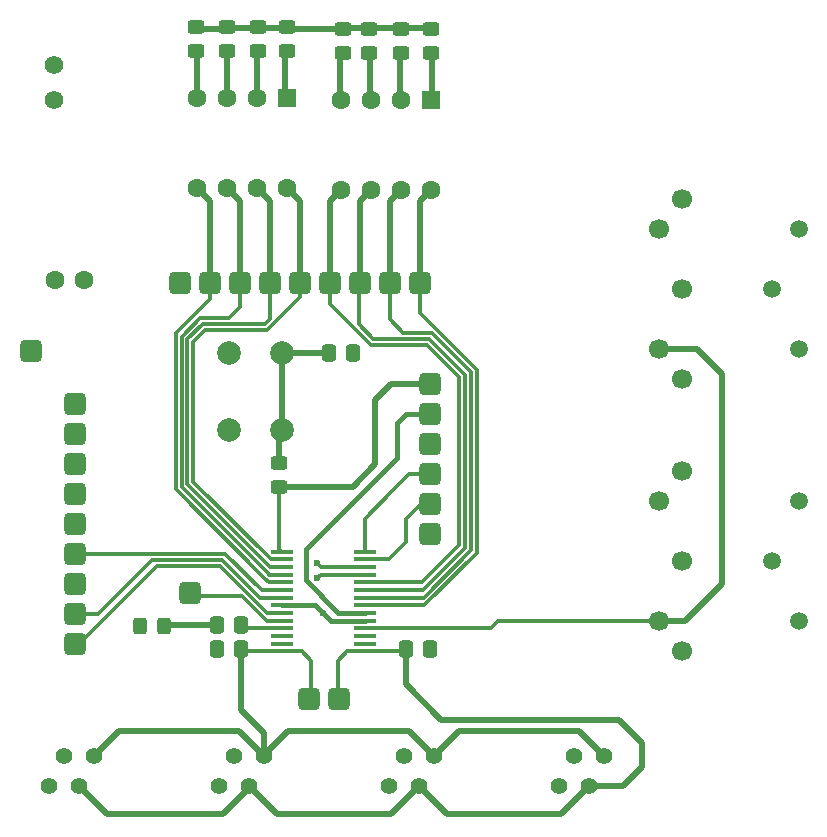
<source format=gbr>
%TF.GenerationSoftware,KiCad,Pcbnew,9.0.5*%
%TF.CreationDate,2025-11-19T10:45:20-07:00*%
%TF.ProjectId,UMaster,554d6173-7465-4722-9e6b-696361645f70,rev?*%
%TF.SameCoordinates,Original*%
%TF.FileFunction,Copper,L1,Top*%
%TF.FilePolarity,Positive*%
%FSLAX46Y46*%
G04 Gerber Fmt 4.6, Leading zero omitted, Abs format (unit mm)*
G04 Created by KiCad (PCBNEW 9.0.5) date 2025-11-19 10:45:20*
%MOMM*%
%LPD*%
G01*
G04 APERTURE LIST*
G04 Aperture macros list*
%AMRoundRect*
0 Rectangle with rounded corners*
0 $1 Rounding radius*
0 $2 $3 $4 $5 $6 $7 $8 $9 X,Y pos of 4 corners*
0 Add a 4 corners polygon primitive as box body*
4,1,4,$2,$3,$4,$5,$6,$7,$8,$9,$2,$3,0*
0 Add four circle primitives for the rounded corners*
1,1,$1+$1,$2,$3*
1,1,$1+$1,$4,$5*
1,1,$1+$1,$6,$7*
1,1,$1+$1,$8,$9*
0 Add four rect primitives between the rounded corners*
20,1,$1+$1,$2,$3,$4,$5,0*
20,1,$1+$1,$4,$5,$6,$7,0*
20,1,$1+$1,$6,$7,$8,$9,0*
20,1,$1+$1,$8,$9,$2,$3,0*%
G04 Aperture macros list end*
%TA.AperFunction,ComponentPad*%
%ADD10RoundRect,0.476250X-0.476250X-0.476250X0.476250X-0.476250X0.476250X0.476250X-0.476250X0.476250X0*%
%TD*%
%TA.AperFunction,ComponentPad*%
%ADD11RoundRect,0.250000X0.337500X0.475000X-0.337500X0.475000X-0.337500X-0.475000X0.337500X-0.475000X0*%
%TD*%
%TA.AperFunction,SMDPad,CuDef*%
%ADD12RoundRect,0.250000X0.337500X0.475000X-0.337500X0.475000X-0.337500X-0.475000X0.337500X-0.475000X0*%
%TD*%
%TA.AperFunction,ComponentPad*%
%ADD13RoundRect,0.250000X0.325000X0.450000X-0.325000X0.450000X-0.325000X-0.450000X0.325000X-0.450000X0*%
%TD*%
%TA.AperFunction,SMDPad,CuDef*%
%ADD14RoundRect,0.250000X0.325000X0.450000X-0.325000X0.450000X-0.325000X-0.450000X0.325000X-0.450000X0*%
%TD*%
%TA.AperFunction,ComponentPad*%
%ADD15C,1.600000*%
%TD*%
%TA.AperFunction,SMDPad,CuDef*%
%ADD16RoundRect,0.250000X-0.450000X0.325000X-0.450000X-0.325000X0.450000X-0.325000X0.450000X0.325000X0*%
%TD*%
%TA.AperFunction,ComponentPad*%
%ADD17C,1.400000*%
%TD*%
%TA.AperFunction,ComponentPad*%
%ADD18C,1.700000*%
%TD*%
%TA.AperFunction,ComponentPad*%
%ADD19C,1.500000*%
%TD*%
%TA.AperFunction,ComponentPad*%
%ADD20RoundRect,0.250000X-0.550000X0.550000X-0.550000X-0.550000X0.550000X-0.550000X0.550000X0.550000X0*%
%TD*%
%TA.AperFunction,ComponentPad*%
%ADD21RoundRect,0.476250X-0.476250X0.476250X-0.476250X-0.476250X0.476250X-0.476250X0.476250X0.476250X0*%
%TD*%
%TA.AperFunction,SMDPad,CuDef*%
%ADD22RoundRect,0.100000X-0.850000X-0.100000X0.850000X-0.100000X0.850000X0.100000X-0.850000X0.100000X0*%
%TD*%
%TA.AperFunction,ComponentPad*%
%ADD23C,1.574800*%
%TD*%
%TA.AperFunction,ComponentPad*%
%ADD24RoundRect,0.250000X-0.337500X-0.475000X0.337500X-0.475000X0.337500X0.475000X-0.337500X0.475000X0*%
%TD*%
%TA.AperFunction,SMDPad,CuDef*%
%ADD25RoundRect,0.250000X-0.337500X-0.475000X0.337500X-0.475000X0.337500X0.475000X-0.337500X0.475000X0*%
%TD*%
%TA.AperFunction,ComponentPad*%
%ADD26C,2.000000*%
%TD*%
%TA.AperFunction,ViaPad*%
%ADD27C,0.600000*%
%TD*%
%TA.AperFunction,Conductor*%
%ADD28C,0.381000*%
%TD*%
%TA.AperFunction,Conductor*%
%ADD29C,0.500000*%
%TD*%
%TA.AperFunction,Conductor*%
%ADD30C,0.300000*%
%TD*%
G04 APERTURE END LIST*
D10*
%TO.P,R5,1,COM*%
%TO.N,GND*%
X134840000Y-98000000D03*
%TO.P,R5,2,R1*%
%TO.N,Net-(R5-R1)*%
X137380000Y-98000000D03*
%TO.P,R5,3,R2*%
%TO.N,Net-(R5-R2)*%
X139920000Y-98000000D03*
%TO.P,R5,4,R3*%
%TO.N,Net-(R5-R3)*%
X142460000Y-98000000D03*
%TO.P,R5,5,R4*%
%TO.N,Net-(R5-R4)*%
X145000000Y-98000000D03*
%TO.P,R5,6,R5*%
%TO.N,Net-(R5-R5)*%
X147540000Y-98000000D03*
%TO.P,R5,7,R6*%
%TO.N,Net-(R5-R6)*%
X150080000Y-98000000D03*
%TO.P,R5,8,R7*%
%TO.N,Net-(R5-R7)*%
X152620000Y-98000000D03*
%TO.P,R5,9,R8*%
%TO.N,Net-(R5-R8)*%
X155164442Y-98009999D03*
%TD*%
D11*
%TO.P,R4,1*%
%TO.N,Net-(U1-V_{DD})*%
X156037500Y-129000000D03*
D12*
%TO.P,R4,2*%
%TO.N,Net-(U1-RC4)*%
X153962500Y-129000000D03*
%TD*%
D10*
%TO.P,TP1,1,1*%
%TO.N,Net-(U1-RA6)*%
X135750000Y-124250000D03*
%TD*%
D13*
%TO.P,D10,1,K*%
%TO.N,GND*%
X131484000Y-127094000D03*
D14*
%TO.P,D10,2,A*%
%TO.N,Net-(D10-A)*%
X133516000Y-127094000D03*
%TD*%
D15*
%TO.P,C1,1*%
%TO.N,Net-(D1-A)*%
X126750000Y-97750000D03*
%TO.P,C1,2*%
%TO.N,GND*%
X124250000Y-97750000D03*
%TD*%
D16*
%TO.P,D2,1,K*%
%TO.N,Net-(D2-K)*%
X136214000Y-78396000D03*
%TO.P,D2,2,A*%
%TO.N,Net-(D2-A)*%
X136214000Y-76364000D03*
%TD*%
D17*
%TO.P,J4,1*%
%TO.N,GND*%
X123775000Y-140650000D03*
%TO.P,J4,2*%
%TO.N,Net-(U1-V_{DD})*%
X125045000Y-138110000D03*
%TO.P,J4,3*%
%TO.N,Net-(U1-RC4)*%
X126315000Y-140650000D03*
%TO.P,J4,4*%
%TO.N,Net-(U1-RC3)*%
X127585000Y-138110000D03*
%TD*%
D18*
%TO.P,J8,1*%
%TO.N,unconnected-(J8-Pad1)*%
X177344000Y-113960000D03*
%TO.P,J8,2*%
%TO.N,GND*%
X177344000Y-121580000D03*
%TO.P,J8,3*%
%TO.N,unconnected-(J8-Pad3)*%
X177344000Y-129200000D03*
%TO.P,J8,4*%
%TO.N,Net-(J8-Pad4)*%
X175439000Y-116500000D03*
%TO.P,J8,5*%
%TO.N,Net-(U1-RC7)*%
X175439000Y-126660000D03*
D19*
%TO.P,J8,6*%
%TO.N,N/C*%
X184964000Y-121580000D03*
%TO.P,J8,7*%
X187250000Y-126660000D03*
X187250000Y-116500000D03*
%TD*%
D16*
%TO.P,D4,1,K*%
%TO.N,Net-(D4-K)*%
X141464000Y-78396000D03*
%TO.P,D4,2,A*%
%TO.N,Net-(D2-A)*%
X141464000Y-76364000D03*
%TD*%
D12*
%TO.P,R2,1*%
%TO.N,Net-(U1-RC0)*%
X140037500Y-127000000D03*
%TO.P,R2,2*%
%TO.N,Net-(D10-A)*%
X137962500Y-127000000D03*
%TD*%
D16*
%TO.P,D9,1,K*%
%TO.N,Net-(D9-K)*%
X156154000Y-78571000D03*
%TO.P,D9,2,A*%
%TO.N,Net-(D2-A)*%
X156154000Y-76539000D03*
%TD*%
D10*
%TO.P,J3,1*%
%TO.N,Net-(U1-RC3)*%
X145750000Y-133250000D03*
%TO.P,J3,2*%
%TO.N,Net-(U1-RC4)*%
X148290000Y-133250000D03*
%TD*%
D16*
%TO.P,D7,1,K*%
%TO.N,Net-(D7-K)*%
X150904000Y-78571000D03*
%TO.P,D7,2,A*%
%TO.N,Net-(D2-A)*%
X150904000Y-76539000D03*
%TD*%
D20*
%TO.P,SW2,1*%
%TO.N,Net-(D5-K)*%
X143950000Y-82380000D03*
D15*
%TO.P,SW2,2*%
%TO.N,Net-(D4-K)*%
X141410000Y-82380000D03*
%TO.P,SW2,3*%
%TO.N,Net-(D3-K)*%
X138870000Y-82380000D03*
%TO.P,SW2,4*%
%TO.N,Net-(D2-K)*%
X136330000Y-82380000D03*
%TO.P,SW2,5*%
%TO.N,Net-(R5-R1)*%
X136330000Y-90000000D03*
%TO.P,SW2,6*%
%TO.N,Net-(R5-R2)*%
X138870000Y-90000000D03*
%TO.P,SW2,7*%
%TO.N,Net-(R5-R3)*%
X141410000Y-90000000D03*
%TO.P,SW2,8*%
%TO.N,Net-(R5-R4)*%
X143950000Y-90000000D03*
%TD*%
D11*
%TO.P,R1,1*%
%TO.N,Net-(U1-V_{DD})*%
X149537500Y-104000000D03*
D12*
%TO.P,R1,2*%
%TO.N,Net-(D1-A)*%
X147462500Y-104000000D03*
%TD*%
D16*
%TO.P,D3,1,K*%
%TO.N,Net-(D3-K)*%
X138870000Y-78380000D03*
%TO.P,D3,2,A*%
%TO.N,Net-(D2-A)*%
X138870000Y-76348000D03*
%TD*%
%TO.P,D1,1,K*%
%TO.N,RE3*%
X143238000Y-115270000D03*
%TO.P,D1,2,A*%
%TO.N,Net-(D1-A)*%
X143238000Y-113238000D03*
%TD*%
D21*
%TO.P,R6,1,COM*%
%TO.N,GND*%
X126000000Y-108260000D03*
%TO.P,R6,2,R1*%
%TO.N,RB7*%
X126000000Y-110800000D03*
%TO.P,R6,3,R2*%
%TO.N,RB6*%
X126000000Y-113340000D03*
%TO.P,R6,4,R3*%
%TO.N,Net-(R6-R3)*%
X126000000Y-115880000D03*
%TO.P,R6,5,R4*%
%TO.N,Net-(R6-R4)*%
X126000000Y-118420000D03*
%TO.P,R6,6,R5*%
%TO.N,Net-(R6-R5)*%
X126000000Y-120960000D03*
%TO.P,R6,7,R6*%
%TO.N,unconnected-(R6-R6-Pad7)*%
X126000000Y-123500000D03*
%TO.P,R6,8,R7*%
%TO.N,Net-(R6-R7)*%
X126000000Y-126040000D03*
%TO.P,R6,9,R8*%
%TO.N,Net-(R6-R8)*%
X125990001Y-128584442D03*
%TD*%
D22*
%TO.P,U1,1,RE3/~{MCLR}/V_{PP}*%
%TO.N,RE3*%
X143500000Y-120775000D03*
%TO.P,U1,2,RA0*%
%TO.N,Net-(R5-R4)*%
X143500000Y-121425000D03*
%TO.P,U1,3,RA1*%
%TO.N,Net-(R5-R3)*%
X143500000Y-122075000D03*
%TO.P,U1,4,RA2*%
%TO.N,Net-(R5-R2)*%
X143500000Y-122725000D03*
%TO.P,U1,5,RA3*%
%TO.N,Net-(R5-R1)*%
X143500000Y-123375000D03*
%TO.P,U1,6,RA4*%
%TO.N,Net-(R6-R5)*%
X143500000Y-124025000D03*
%TO.P,U1,7,RA5*%
%TO.N,Net-(R6-R7)*%
X143500000Y-124675000D03*
%TO.P,U1,8,V_{SS}*%
%TO.N,GND*%
X143500000Y-125325000D03*
%TO.P,U1,9,RA7*%
%TO.N,Net-(R6-R8)*%
X143500000Y-125975000D03*
%TO.P,U1,10,RA6*%
%TO.N,Net-(U1-RA6)*%
X143500000Y-126625000D03*
%TO.P,U1,11,RC0*%
%TO.N,Net-(U1-RC0)*%
X143500000Y-127275000D03*
%TO.P,U1,12,RC1*%
%TO.N,unconnected-(U1-RC1-Pad12)*%
X143500000Y-127925000D03*
%TO.P,U1,13,RC2*%
%TO.N,unconnected-(U1-RC2-Pad13)*%
X143500000Y-128575000D03*
%TO.P,U1,14,RC3*%
%TO.N,Net-(U1-RC3)*%
X143500000Y-129225000D03*
%TO.P,U1,15,RC4*%
%TO.N,Net-(U1-RC4)*%
X150500000Y-129225000D03*
%TO.P,U1,16,RC5*%
%TO.N,unconnected-(U1-RC5-Pad16)*%
X150500000Y-128575000D03*
%TO.P,U1,17,RC6*%
%TO.N,unconnected-(U1-RC6-Pad17)*%
X150500000Y-127925000D03*
%TO.P,U1,18,RC7*%
%TO.N,Net-(U1-RC7)*%
X150500000Y-127275000D03*
%TO.P,U1,19,V_{SS}*%
%TO.N,GND*%
X150500000Y-126625000D03*
%TO.P,U1,20,V_{DD}*%
%TO.N,Net-(U1-V_{DD})*%
X150500000Y-125975000D03*
%TO.P,U1,21,RB0*%
%TO.N,Net-(R5-R8)*%
X150500000Y-125325000D03*
%TO.P,U1,22,RB1*%
%TO.N,Net-(R5-R7)*%
X150500000Y-124675000D03*
%TO.P,U1,23,RB2*%
%TO.N,Net-(R5-R6)*%
X150500000Y-124025000D03*
%TO.P,U1,24,RB3*%
%TO.N,Net-(R5-R5)*%
X150500000Y-123375000D03*
%TO.P,U1,25,RB4*%
%TO.N,Net-(R6-R4)*%
X150500000Y-122725000D03*
%TO.P,U1,26,RB5*%
%TO.N,Net-(R6-R3)*%
X150500000Y-122075000D03*
%TO.P,U1,27,ICSPCLK/RB6*%
%TO.N,RB6*%
X150500000Y-121425000D03*
%TO.P,U1,28,ICSPDAT/RB7*%
%TO.N,RB7*%
X150500000Y-120775000D03*
%TD*%
D10*
%TO.P,TP2,1,1*%
%TO.N,GND*%
X122250000Y-103750000D03*
%TD*%
D17*
%TO.P,J6,1*%
%TO.N,GND*%
X152575000Y-140650000D03*
%TO.P,J6,2*%
%TO.N,Net-(U1-V_{DD})*%
X153845000Y-138110000D03*
%TO.P,J6,3*%
%TO.N,Net-(U1-RC4)*%
X155115000Y-140650000D03*
%TO.P,J6,4*%
%TO.N,Net-(U1-RC3)*%
X156385000Y-138110000D03*
%TD*%
%TO.P,J7,1*%
%TO.N,GND*%
X166975000Y-140650000D03*
%TO.P,J7,2*%
%TO.N,Net-(U1-V_{DD})*%
X168245000Y-138110000D03*
%TO.P,J7,3*%
%TO.N,Net-(U1-RC4)*%
X169515000Y-140650000D03*
%TO.P,J7,4*%
%TO.N,Net-(U1-RC3)*%
X170785000Y-138110000D03*
%TD*%
D18*
%TO.P,J9,1*%
%TO.N,unconnected-(J9-Pad1)*%
X177344000Y-90960000D03*
%TO.P,J9,2*%
%TO.N,GND*%
X177344000Y-98580000D03*
%TO.P,J9,3*%
%TO.N,unconnected-(J9-Pad3)*%
X177344000Y-106200000D03*
%TO.P,J9,4*%
%TO.N,Net-(J8-Pad4)*%
X175439000Y-93500000D03*
%TO.P,J9,5*%
%TO.N,Net-(U1-RC7)*%
X175439000Y-103660000D03*
D19*
%TO.P,J9,6*%
%TO.N,N/C*%
X184964000Y-98580000D03*
%TO.P,J9,7*%
X187250000Y-103660000D03*
X187250000Y-93500000D03*
%TD*%
D20*
%TO.P,SW3,1*%
%TO.N,Net-(D9-K)*%
X156120000Y-82500000D03*
D15*
%TO.P,SW3,2*%
%TO.N,Net-(D8-K)*%
X153580000Y-82500000D03*
%TO.P,SW3,3*%
%TO.N,Net-(D7-K)*%
X151040000Y-82500000D03*
%TO.P,SW3,4*%
%TO.N,Net-(D6-K)*%
X148500000Y-82500000D03*
%TO.P,SW3,5*%
%TO.N,Net-(R5-R5)*%
X148500000Y-90120000D03*
%TO.P,SW3,6*%
%TO.N,Net-(R5-R6)*%
X151040000Y-90120000D03*
%TO.P,SW3,7*%
%TO.N,Net-(R5-R7)*%
X153580000Y-90120000D03*
%TO.P,SW3,8*%
%TO.N,Net-(R5-R8)*%
X156120000Y-90120000D03*
%TD*%
D16*
%TO.P,D5,1,K*%
%TO.N,Net-(D5-K)*%
X143964000Y-78396000D03*
%TO.P,D5,2,A*%
%TO.N,Net-(D2-A)*%
X143964000Y-76364000D03*
%TD*%
D23*
%TO.P,J1,1*%
%TO.N,Net-(U1-V_{DD})*%
X124160400Y-79564301D03*
%TO.P,J1,2*%
%TO.N,GND*%
X124160400Y-82564300D03*
%TD*%
D21*
%TO.P,J2,1*%
%TO.N,RE3*%
X156000000Y-106590000D03*
%TO.P,J2,2*%
%TO.N,Net-(U1-V_{DD})*%
X156000000Y-109130000D03*
%TO.P,J2,3*%
%TO.N,GND*%
X156000000Y-111670000D03*
%TO.P,J2,4*%
%TO.N,RB7*%
X156000000Y-114210000D03*
%TO.P,J2,5*%
%TO.N,RB6*%
X156000000Y-116750000D03*
%TO.P,J2,6*%
%TO.N,unconnected-(J2-Pad6)*%
X156000000Y-119290000D03*
%TD*%
D17*
%TO.P,J5,1*%
%TO.N,GND*%
X138175000Y-140650000D03*
%TO.P,J5,2*%
%TO.N,Net-(U1-V_{DD})*%
X139445000Y-138110000D03*
%TO.P,J5,3*%
%TO.N,Net-(U1-RC4)*%
X140715000Y-140650000D03*
%TO.P,J5,4*%
%TO.N,Net-(U1-RC3)*%
X141985000Y-138110000D03*
%TD*%
D16*
%TO.P,D6,1,K*%
%TO.N,Net-(D6-K)*%
X148654000Y-78571000D03*
%TO.P,D6,2,A*%
%TO.N,Net-(D2-A)*%
X148654000Y-76539000D03*
%TD*%
D24*
%TO.P,R3,1*%
%TO.N,Net-(U1-V_{DD})*%
X137962500Y-129000000D03*
D25*
%TO.P,R3,2*%
%TO.N,Net-(U1-RC3)*%
X140037500Y-129000000D03*
%TD*%
D16*
%TO.P,D8,1,K*%
%TO.N,Net-(D8-K)*%
X153560000Y-78587000D03*
%TO.P,D8,2,A*%
%TO.N,Net-(D2-A)*%
X153560000Y-76555000D03*
%TD*%
D26*
%TO.P,SW1,1,1*%
%TO.N,GND*%
X139000000Y-110500000D03*
X139000000Y-104000000D03*
%TO.P,SW1,2,2*%
%TO.N,Net-(D1-A)*%
X143500000Y-110500000D03*
X143500000Y-104000000D03*
%TD*%
D27*
%TO.N,GND*%
X147000000Y-126000000D03*
%TO.N,Net-(R6-R4)*%
X146500000Y-123000000D03*
%TO.N,Net-(R6-R3)*%
X146500000Y-121750000D03*
%TD*%
D28*
%TO.N,Net-(U1-V_{DD})*%
X153970000Y-109130000D02*
X156000000Y-109130000D01*
X153200000Y-112828609D02*
X153200000Y-109900000D01*
X153200000Y-109900000D02*
X153970000Y-109130000D01*
X145500000Y-123200000D02*
X145500000Y-120528609D01*
X148275000Y-125975000D02*
X145500000Y-123200000D01*
X145500000Y-120528609D02*
X153200000Y-112828609D01*
X150500000Y-125975000D02*
X148275000Y-125975000D01*
D29*
%TO.N,RE3*%
X149480000Y-115270000D02*
X143238000Y-115270000D01*
X151375000Y-113375000D02*
X149480000Y-115270000D01*
X151375000Y-107925000D02*
X151375000Y-113375000D01*
X152700000Y-106600000D02*
X151375000Y-107925000D01*
X155990000Y-106600000D02*
X152700000Y-106600000D01*
X156000000Y-106590000D02*
X155990000Y-106600000D01*
D28*
%TO.N,GND*%
X146325000Y-125325000D02*
X147000000Y-126000000D01*
X147625000Y-126625000D02*
X147000000Y-126000000D01*
X150500000Y-126625000D02*
X147625000Y-126625000D01*
X143500000Y-125325000D02*
X146325000Y-125325000D01*
D29*
%TO.N,Net-(D1-A)*%
X143238000Y-110762000D02*
X143500000Y-110500000D01*
X143238000Y-113238000D02*
X143238000Y-110762000D01*
X143500000Y-110500000D02*
X143500000Y-104000000D01*
X143500000Y-104000000D02*
X147462500Y-104000000D01*
D30*
%TO.N,RE3*%
X143238000Y-115270000D02*
X143238000Y-120513000D01*
X143238000Y-120513000D02*
X143500000Y-120775000D01*
D29*
%TO.N,Net-(D10-A)*%
X137962500Y-127000000D02*
X133610000Y-127000000D01*
X133610000Y-127000000D02*
X133516000Y-127094000D01*
%TO.N,Net-(D2-K)*%
X136270000Y-82445000D02*
X136270000Y-78550000D01*
X136270000Y-78550000D02*
X136236000Y-78516000D01*
%TO.N,Net-(D4-K)*%
X141350000Y-82445000D02*
X141350000Y-78652000D01*
X141350000Y-78652000D02*
X141486000Y-78516000D01*
%TO.N,Net-(D5-K)*%
X143736000Y-82291000D02*
X143890000Y-82445000D01*
X143736000Y-78516000D02*
X143736000Y-82291000D01*
%TO.N,Net-(D6-K)*%
X148426000Y-82421000D02*
X148440000Y-82435000D01*
X148426000Y-78451000D02*
X148426000Y-82421000D01*
%TO.N,Net-(D7-K)*%
X150980000Y-78505000D02*
X150926000Y-78451000D01*
X150980000Y-82435000D02*
X150980000Y-78505000D01*
%TO.N,Net-(D8-K)*%
X153520000Y-78435000D02*
X153520000Y-82435000D01*
%TO.N,Net-(D9-K)*%
X156176000Y-78451000D02*
X156176000Y-82319000D01*
X156176000Y-82319000D02*
X156060000Y-82435000D01*
D30*
%TO.N,RB7*%
X150500000Y-118000000D02*
X150500000Y-120724000D01*
X154290000Y-114210000D02*
X156000000Y-114210000D01*
X152750000Y-115750000D02*
X150500000Y-118000000D01*
X152750000Y-115750000D02*
X154290000Y-114210000D01*
%TO.N,RB6*%
X154000000Y-118000000D02*
X154000000Y-120000000D01*
X152575000Y-121425000D02*
X150500000Y-121425000D01*
X155250000Y-116750000D02*
X154000000Y-118000000D01*
X156000000Y-116750000D02*
X155250000Y-116750000D01*
X154000000Y-120000000D02*
X152575000Y-121425000D01*
D29*
%TO.N,Net-(U1-RC4)*%
X157465000Y-143000000D02*
X167165000Y-143000000D01*
X172000000Y-135000000D02*
X157000000Y-135000000D01*
D30*
X149025000Y-129225000D02*
X148250000Y-130000000D01*
D29*
X169515000Y-140650000D02*
X172350000Y-140650000D01*
X174000000Y-137000000D02*
X172000000Y-135000000D01*
D30*
X150500000Y-129225000D02*
X149025000Y-129225000D01*
X148250000Y-133210000D02*
X148290000Y-133250000D01*
D29*
X153962500Y-131962500D02*
X153962500Y-129000000D01*
X138500000Y-143000000D02*
X128665000Y-143000000D01*
X167165000Y-143000000D02*
X169515000Y-140650000D01*
X157000000Y-135000000D02*
X153962500Y-131962500D01*
X143065000Y-143000000D02*
X152765000Y-143000000D01*
X128665000Y-143000000D02*
X126315000Y-140650000D01*
D30*
X150500000Y-129225000D02*
X153737500Y-129225000D01*
D29*
X140715000Y-140785000D02*
X138500000Y-143000000D01*
X172350000Y-140650000D02*
X174000000Y-139000000D01*
D30*
X148250000Y-130000000D02*
X148250000Y-133210000D01*
D29*
X152765000Y-143000000D02*
X155115000Y-140650000D01*
X155115000Y-140650000D02*
X157465000Y-143000000D01*
X140715000Y-140650000D02*
X143065000Y-143000000D01*
X174000000Y-139000000D02*
X174000000Y-137000000D01*
%TO.N,Net-(U1-RC3)*%
X140037500Y-134200000D02*
X142000000Y-136162500D01*
X158495000Y-136000000D02*
X168675000Y-136000000D01*
X144000000Y-136000000D02*
X154275000Y-136000000D01*
X140037500Y-129000000D02*
X140037500Y-134200000D01*
X141985000Y-138110000D02*
X141985000Y-138015000D01*
D30*
X143500000Y-129225000D02*
X140262500Y-129225000D01*
X143500000Y-129225000D02*
X145225000Y-129225000D01*
X145225000Y-129225000D02*
X146000000Y-130000000D01*
D29*
X139875000Y-136000000D02*
X141985000Y-138110000D01*
X142000000Y-138095000D02*
X141985000Y-138110000D01*
X156385000Y-138110000D02*
X158495000Y-136000000D01*
X127585000Y-138110000D02*
X129695000Y-136000000D01*
X141985000Y-138015000D02*
X144000000Y-136000000D01*
X142000000Y-136162500D02*
X142000000Y-138095000D01*
X140262500Y-129225000D02*
X140037500Y-129000000D01*
X154275000Y-136000000D02*
X156385000Y-138110000D01*
D30*
X146000000Y-130000000D02*
X146000000Y-133250000D01*
D29*
X129695000Y-136000000D02*
X139875000Y-136000000D01*
X168675000Y-136000000D02*
X170785000Y-138110000D01*
%TO.N,Net-(U1-RC7)*%
X180750000Y-105750000D02*
X180750000Y-123500000D01*
X178660000Y-103660000D02*
X180750000Y-105750000D01*
X177590000Y-126660000D02*
X175439000Y-126660000D01*
D30*
X161164000Y-127275000D02*
X161779000Y-126660000D01*
D29*
X175439000Y-103660000D02*
X178660000Y-103660000D01*
X180750000Y-123500000D02*
X177590000Y-126660000D01*
D30*
X161779000Y-126660000D02*
X175439000Y-126660000D01*
X150500000Y-127275000D02*
X161164000Y-127275000D01*
%TO.N,Net-(U1-RC0)*%
X140312500Y-127275000D02*
X140037500Y-127000000D01*
X143500000Y-127275000D02*
X140312500Y-127275000D01*
%TO.N,Net-(R5-R2)*%
X142432961Y-122725000D02*
X142283961Y-122576000D01*
X143500000Y-122725000D02*
X142432961Y-122725000D01*
X142283961Y-122576000D02*
X142283958Y-122576000D01*
X134998000Y-115290039D02*
X134998000Y-102584960D01*
X139920000Y-100080000D02*
X139920000Y-98000000D01*
D29*
X139920000Y-98000000D02*
X139920000Y-91050000D01*
X139920000Y-91050000D02*
X138870000Y-90000000D01*
D30*
X142283958Y-122576000D02*
X134998000Y-115290039D01*
X134998000Y-102584960D02*
X136584960Y-100998000D01*
X139002000Y-100998000D02*
X139920000Y-100080000D01*
X136584960Y-100998000D02*
X139002000Y-100998000D01*
%TO.N,Net-(R5-R5)*%
X158500000Y-106000000D02*
X155750000Y-103250000D01*
X158500000Y-120250000D02*
X158500000Y-106000000D01*
D29*
X147540000Y-98000000D02*
X147540000Y-91080000D01*
D30*
X155750000Y-103250000D02*
X151020000Y-103250000D01*
D29*
X147540000Y-91080000D02*
X148500000Y-90120000D01*
D30*
X155375000Y-123375000D02*
X158500000Y-120250000D01*
X150500000Y-123375000D02*
X155375000Y-123375000D01*
X147540000Y-99770000D02*
X147540000Y-98000000D01*
X151020000Y-103250000D02*
X147540000Y-99770000D01*
D29*
%TO.N,Net-(R5-R3)*%
X142460000Y-98000000D02*
X142460000Y-91050000D01*
D30*
X135499000Y-115082519D02*
X135499000Y-102792480D01*
D29*
X142460000Y-91050000D02*
X141410000Y-90000000D01*
D30*
X142042480Y-101499000D02*
X142460000Y-101081480D01*
X142491480Y-122075000D02*
X135499000Y-115082519D01*
X135499000Y-102792480D02*
X136792480Y-101499000D01*
X136792480Y-101499000D02*
X142042480Y-101499000D01*
X142460000Y-101081480D02*
X142460000Y-98000000D01*
X143500000Y-122075000D02*
X142491480Y-122075000D01*
%TO.N,Net-(R5-R1)*%
X134497000Y-115497559D02*
X134497000Y-102377440D01*
X134497000Y-102377440D02*
X134500000Y-102374439D01*
X134500000Y-102250000D02*
X137380000Y-99370000D01*
X143500000Y-123375000D02*
X142374441Y-123375000D01*
X142374441Y-123375000D02*
X142076441Y-123077000D01*
X134500000Y-102374439D02*
X134500000Y-102250000D01*
X142076441Y-123077000D02*
X142076436Y-123077000D01*
X137380000Y-99370000D02*
X137380000Y-98000000D01*
D29*
X137380000Y-98000000D02*
X137380000Y-91050000D01*
D30*
X142076436Y-123077000D02*
X134497000Y-115497559D01*
D29*
X137380000Y-91050000D02*
X136330000Y-90000000D01*
D30*
%TO.N,Net-(R5-R8)*%
X160003000Y-120872560D02*
X160003000Y-105377435D01*
X155164442Y-100538877D02*
X155164442Y-98009999D01*
X160003000Y-105377435D02*
X155164442Y-100538877D01*
D29*
X155164442Y-91075558D02*
X156120000Y-90120000D01*
X155164442Y-98009999D02*
X155164442Y-91075558D01*
D30*
X150500000Y-125325000D02*
X155550560Y-125325000D01*
D29*
X156185000Y-90055000D02*
X156060000Y-90055000D01*
D30*
X155550560Y-125325000D02*
X160003000Y-120872560D01*
%TO.N,Net-(R5-R6)*%
X151227520Y-102749000D02*
X150000000Y-101521480D01*
X150000000Y-98080000D02*
X150080000Y-98000000D01*
X159001000Y-120457520D02*
X159001000Y-105792479D01*
X155433520Y-124025000D02*
X159001000Y-120457520D01*
X155957520Y-102749000D02*
X151227520Y-102749000D01*
X150500000Y-124025000D02*
X155433520Y-124025000D01*
D29*
X150080000Y-91080000D02*
X151040000Y-90120000D01*
D30*
X159001000Y-105792479D02*
X155957520Y-102749000D01*
D29*
X150080000Y-98000000D02*
X150080000Y-91080000D01*
D30*
X150000000Y-101521480D02*
X150000000Y-98080000D01*
%TO.N,Net-(R5-R7)*%
X159502000Y-120665040D02*
X159502000Y-105584957D01*
X150500000Y-124675000D02*
X155492040Y-124675000D01*
X156165040Y-102248000D02*
X153748000Y-102248000D01*
D29*
X152620000Y-91080000D02*
X153580000Y-90120000D01*
D30*
X152620000Y-101120000D02*
X152620000Y-98000000D01*
D29*
X152620000Y-98000000D02*
X152620000Y-91080000D01*
D30*
X155492040Y-124675000D02*
X159502000Y-120665040D01*
X153748000Y-102248000D02*
X152620000Y-101120000D01*
X159502000Y-105584957D02*
X156165040Y-102248000D01*
%TO.N,Net-(R5-R4)*%
X136000000Y-103000000D02*
X137000000Y-102000000D01*
X143500000Y-121425000D02*
X142550001Y-121425000D01*
D29*
X145000000Y-91050000D02*
X143950000Y-90000000D01*
D30*
X145000000Y-99250000D02*
X145000000Y-98000000D01*
D29*
X145000000Y-98000000D02*
X145000000Y-91050000D01*
D30*
X142550001Y-121425000D02*
X136000000Y-114874999D01*
X136000000Y-114874999D02*
X136000000Y-103000000D01*
X137000000Y-102000000D02*
X142250000Y-102000000D01*
X142250000Y-102000000D02*
X145000000Y-99250000D01*
%TO.N,Net-(R6-R4)*%
X146775000Y-122725000D02*
X150500000Y-122725000D01*
X146500000Y-123000000D02*
X146775000Y-122725000D01*
%TO.N,Net-(R6-R7)*%
X132539000Y-121461000D02*
X127960000Y-126040000D01*
X138461000Y-121461000D02*
X132539000Y-121461000D01*
X143500000Y-124675000D02*
X141675000Y-124675000D01*
X141675000Y-124675000D02*
X138461000Y-121461000D01*
X127960000Y-126040000D02*
X126000000Y-126040000D01*
%TO.N,Net-(R6-R8)*%
X142266480Y-125975000D02*
X138253480Y-121962000D01*
X132908666Y-121962000D02*
X126286224Y-128584442D01*
X138253480Y-121962000D02*
X132908666Y-121962000D01*
X143500000Y-125975000D02*
X142266480Y-125975000D01*
X126286224Y-128584442D02*
X125990001Y-128584442D01*
%TO.N,Net-(R6-R3)*%
X146825000Y-122075000D02*
X150500000Y-122075000D01*
X146500000Y-121750000D02*
X146825000Y-122075000D01*
%TO.N,Net-(R6-R5)*%
X141775000Y-124025000D02*
X138710000Y-120960000D01*
X138710000Y-120960000D02*
X126000000Y-120960000D01*
X143500000Y-124025000D02*
X141775000Y-124025000D01*
%TO.N,Net-(U1-RA6)*%
X142207960Y-126625000D02*
X140082960Y-124500000D01*
X140082960Y-124500000D02*
X136000000Y-124500000D01*
X143500000Y-126625000D02*
X142207960Y-126625000D01*
D29*
%TO.N,Net-(D2-A)*%
X153536000Y-76419000D02*
X153520000Y-76403000D01*
X148654000Y-76539000D02*
X144139000Y-76539000D01*
X141486000Y-76484000D02*
X138846000Y-76484000D01*
X153520000Y-76403000D02*
X150942000Y-76403000D01*
X136252000Y-76500000D02*
X136236000Y-76484000D01*
X138830000Y-76500000D02*
X136252000Y-76500000D01*
X138846000Y-76484000D02*
X138830000Y-76500000D01*
X143736000Y-76484000D02*
X141486000Y-76484000D01*
D30*
X144139000Y-76539000D02*
X143964000Y-76364000D01*
D29*
X150926000Y-76419000D02*
X148426000Y-76419000D01*
X156176000Y-76419000D02*
X153536000Y-76419000D01*
X150942000Y-76403000D02*
X150926000Y-76419000D01*
%TO.N,Net-(D3-K)*%
X138830000Y-82425000D02*
X138810000Y-82445000D01*
X138830000Y-78532000D02*
X138830000Y-82425000D01*
%TD*%
M02*

</source>
